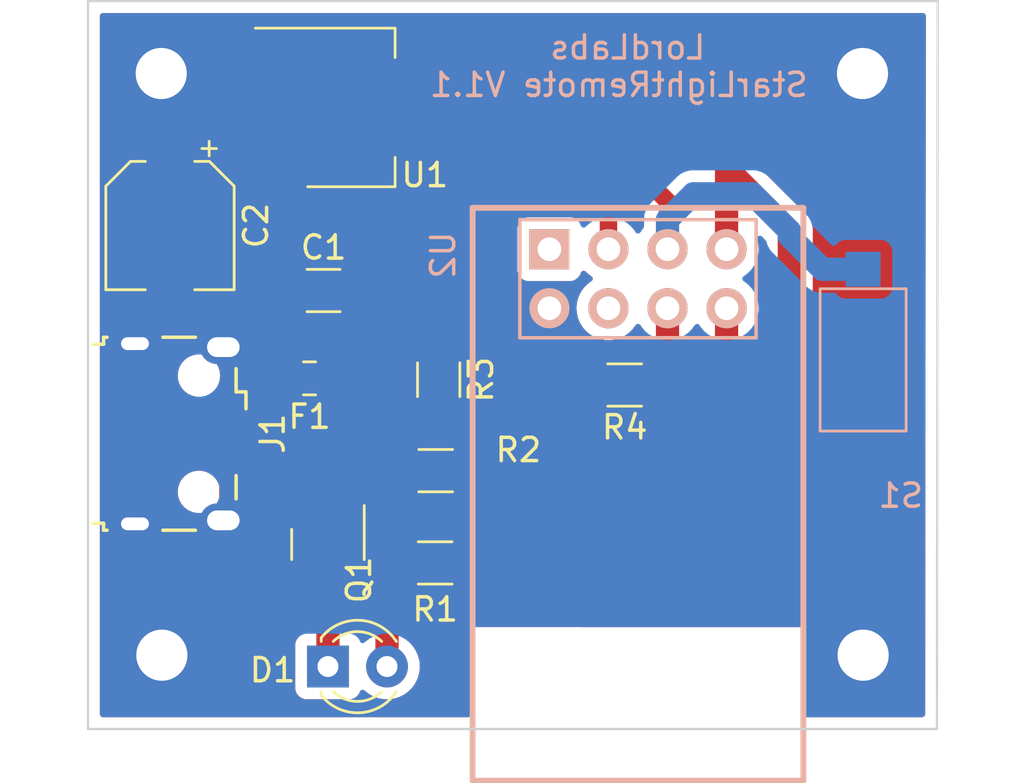
<source format=kicad_pcb>
(kicad_pcb (version 20211014) (generator pcbnew)
  (layers (0 "F.Cu" signal) (31 "B.Cu" signal) (34 "B.Paste" user) (35 "F.Paste" user) (36 "B.SilkS" user "B.Silkscreen") (37 "F.SilkS" user "F.Silkscreen") (38 "B.Mask" user) (39 "F.Mask" user) (44 "Edge.Cuts" user))
  (net 0 "")
  (net 1 "GND")
  (net 2 "Net-(C1-Pad1)")
  (net 3 "Net-(C2-Pad1)")
  (net 4 "Net-(D1-Pad1)")
  (net 5 "Net-(F1-Pad2)")
  (net 7 "Net-(R2-Pad2)")
  (net 8 "Net-(R3-Pad2)")
  (net 11 "Net-(R1-Pad2)")
  (net 14 "Net-(R4-Pad1)")
  (net 15 "Net-(Q1-Pad1)")
  (footprint "Capacitor_SMD:C_1206_3216Metric_Pad1.33x1.80mm_HandSolder" (layer "F.Cu") (at 99.822 84.328)
    (fp_text reference "C1" (at 0 -1.85) (layer "F.SilkS"))
    (fp_text value "100nF")
    (fp_line (start -0.711252 0.91) (end 0.711252 0.91) (layer "F.SilkS") (width 0.12))
    (fp_line (start -0.711252 -0.91) (end 0.711252 -0.91) (layer "F.SilkS") (width 0.12))
    (pad "1" smd roundrect (at -1.5625 0) (size 1.325 1.8) (layers "F.Cu" "F.Paste" "F.Mask") (roundrect_rratio 0.1886792453) (net 2 "Net-(C1-Pad1)"))
    (pad "2" smd roundrect (at 1.5625 0) (size 1.325 1.8) (layers "F.Cu" "F.Paste" "F.Mask") (roundrect_rratio 0.1886792453) (net 1 "GND"))
  )
  (footprint "Capacitor_SMD:CP_Elec_5x5.4" (layer "F.Cu") (at 93.218 81.534 -90)
    (fp_text reference "C2" (at 0 -3.7 90) (layer "F.SilkS"))
    (fp_text value "10uF")
    (fp_line (start -3.625 -1.685) (end -3 -1.685) (layer "F.SilkS") (width 0.12))
    (fp_line (start -1.695563 -2.76) (end 2.76 -2.76) (layer "F.SilkS") (width 0.12))
    (fp_line (start -2.76 1.695563) (end -2.76 1.06) (layer "F.SilkS") (width 0.12))
    (fp_line (start 2.76 -2.76) (end 2.76 -1.06) (layer "F.SilkS") (width 0.12))
    (fp_line (start -1.695563 2.76) (end 2.76 2.76) (layer "F.SilkS") (width 0.12))
    (fp_line (start 2.76 2.76) (end 2.76 1.06) (layer "F.SilkS") (width 0.12))
    (fp_line (start -2.76 -1.695563) (end -1.695563 -2.76) (layer "F.SilkS") (width 0.12))
    (fp_line (start -2.76 -1.695563) (end -2.76 -1.06) (layer "F.SilkS") (width 0.12))
    (fp_line (start -3.3125 -1.9975) (end -3.3125 -1.3725) (layer "F.SilkS") (width 0.12))
    (fp_line (start -2.76 1.695563) (end -1.695563 2.76) (layer "F.SilkS") (width 0.12))
    (pad "1" smd roundrect (at -2.2 0 270) (size 3 1.6) (layers "F.Cu" "F.Paste" "F.Mask") (roundrect_rratio 0.15625) (net 3 "Net-(C2-Pad1)"))
    (pad "2" smd roundrect (at 2.2 0 270) (size 3 1.6) (layers "F.Cu" "F.Paste" "F.Mask") (roundrect_rratio 0.15625) (net 1 "GND"))
  )
  (footprint "LED_THT:LED_D3.0mm_IRBlack" (layer "F.Cu") (at 100.0125 100.5)
    (fp_text reference "D1" (at -2.38125 0.15875) (layer "F.SilkS"))
    (fp_text value "IR204A")
    (fp_line (start -0.29 1.08) (end -0.29 1.236) (layer "F.SilkS") (width 0.12))
    (fp_line (start -0.29 -1.236) (end -0.29 -1.08) (layer "F.SilkS") (width 0.12))
    (fp_arc (start -0.29 -1.235516) (mid 1.366487 -1.987659) (end 2.942335 -1.078608) (layer "F.SilkS") (width 0.12))
    (fp_arc (start 2.942335 1.078608) (mid 1.366487 1.987659) (end -0.29 1.235516) (layer "F.SilkS") (width 0.12))
    (fp_arc (start 2.31113 1.079837) (mid 1.270117 1.5) (end 0.229039 1.08) (layer "F.SilkS") (width 0.12))
    (fp_arc (start 0.229039 -1.08) (mid 1.270117 -1.5) (end 2.31113 -1.079837) (layer "F.SilkS") (width 0.12))
    (pad "1" thru_hole rect locked (at 0 0) (size 1.8 1.8) (drill 0.9) (layers *.Cu *.Mask) (net 4 "Net-(D1-Pad1)"))
    (pad "2" thru_hole circle locked (at 2.54 0) (size 1.8 1.8) (drill 0.9) (layers *.Cu *.Mask) (net 3 "Net-(C2-Pad1)"))
  )
  (footprint "Fuse:Fuse_0805_2012Metric_Pad1.15x1.40mm_HandSolder" (layer "F.Cu") (at 99.21875 88.10625 180)
    (fp_text reference "F1" (at 0 -1.65) (layer "F.SilkS"))
    (fp_text value "Polyfuse_Small")
    (fp_line (start -0.261252 0.71) (end 0.261252 0.71) (layer "F.SilkS") (width 0.12))
    (fp_line (start -0.261252 -0.71) (end 0.261252 -0.71) (layer "F.SilkS") (width 0.12))
    (pad "1" smd roundrect locked (at -1.025 0 180) (size 1.15 1.4) (layers "F.Cu" "F.Paste" "F.Mask") (roundrect_rratio 0.2173913043) (net 2 "Net-(C1-Pad1)"))
    (pad "2" smd roundrect locked (at 1.025 0 180) (size 1.15 1.4) (layers "F.Cu" "F.Paste" "F.Mask") (roundrect_rratio 0.2173913043) (net 5 "Net-(F1-Pad2)"))
  )
  (footprint "Connector_USB:USB_Micro-B_Wuerth_629105150521" (layer "F.Cu") (at 93.6625 90.4875 -90)
    (fp_text reference "J1" (at 0 -3.96875 90) (layer "F.SilkS"))
    (fp_text value "USB_B_Micro")
    (fp_line (start -4.15 -0.65) (end -4.15 0.75) (layer "F.SilkS") (width 0.15))
    (fp_line (start -4.15 3.15) (end -4.15 3.3) (layer "F.SilkS") (width 0.15))
    (fp_line (start 4.15 3.3) (end 4.15 3.15) (layer "F.SilkS") (width 0.15))
    (fp_line (start -4.15 3.3) (end -3.85 3.3) (layer "F.SilkS") (width 0.15))
    (fp_line (start -3.85 3.3) (end -3.85 3.75) (layer "F.SilkS") (width 0.15))
    (fp_line (start 1.8 -2.4) (end 2.8 -2.4) (layer "F.SilkS") (width 0.15))
    (fp_line (start 4.15 0.75) (end 4.15 -0.65) (layer "F.SilkS") (width 0.15))
    (fp_line (start -1.8 -2.825) (end -1.8 -2.4) (layer "F.SilkS") (width 0.15))
    (fp_line (start -1.8 -2.4) (end -2.8 -2.4) (layer "F.SilkS") (width 0.15))
    (fp_line (start 3.85 3.75) (end 3.85 3.3) (layer "F.SilkS") (width 0.15))
    (fp_line (start -1.075 -2.825) (end -1.8 -2.825) (layer "F.SilkS") (width 0.15))
    (fp_line (start 3.85 3.3) (end 4.15 3.3) (layer "F.SilkS") (width 0.15))
    (pad "" np_thru_hole oval locked (at -2.5 -0.8 270) (size 0.8 0.8) (drill 0.8) (layers *.Cu *.Mask))
    (pad "" np_thru_hole oval locked (at 2.5 -0.8 270) (size 0.8 0.8) (drill 0.8) (layers *.Cu *.Mask))
    (pad "1" smd rect locked (at -1.3 -1.9 270) (size 0.45 1.3) (layers "F.Cu" "F.Paste" "F.Mask") (net 5 "Net-(F1-Pad2)"))
    (pad "2" smd rect locked (at -0.65 -1.9 270) (size 0.45 1.3) (layers "F.Cu" "F.Paste" "F.Mask"))
    (pad "3" smd rect locked (at 0 -1.9 270) (size 0.45 1.3) (layers "F.Cu" "F.Paste" "F.Mask"))
    (pad "4" smd rect locked (at 0.65 -1.9 270) (size 0.45 1.3) (layers "F.Cu" "F.Paste" "F.Mask"))
    (pad "5" smd rect locked (at 1.3 -1.9 270) (size 0.45 1.3) (layers "F.Cu" "F.Paste" "F.Mask") (net 1 "GND"))
    (pad "6" thru_hole oval locked (at 3.725 -1.85 270) (size 1.45 2) (drill oval 0.85 1.4) (layers *.Cu *.Mask) (net 1 "GND"))
    (pad "6" thru_hole oval locked (at 3.875 1.95 270) (size 1.15 1.8) (drill oval 0.55 1.2) (layers *.Cu *.Mask) (net 1 "GND"))
    (pad "6" thru_hole oval locked (at -3.725 -1.85 270) (size 1.45 2) (drill oval 0.85 1.4) (layers *.Cu *.Mask) (net 1 "GND"))
    (pad "6" thru_hole oval locked (at -3.875 1.95 270) (size 1.15 1.8) (drill oval 0.55 1.2) (layers *.Cu *.Mask) (net 1 "GND"))
  )
  (footprint "Package_TO_SOT_SMD:SOT-23" (layer "F.Cu") (at 100.0125 95.25 -90)
    (fp_text reference "Q1" (at 1.524 -1.3335 -90) (layer "F.SilkS"))
    (fp_text value "MMBT2222A")
    (fp_line (start 0 -1.56) (end -1.675 -1.56) (layer "F.SilkS") (width 0.12))
    (fp_line (start 0 -1.56) (end 0.65 -1.56) (layer "F.SilkS") (width 0.12))
    (fp_line (start 0 1.56) (end -0.65 1.56) (layer "F.SilkS") (width 0.12))
    (fp_line (start 0 1.56) (end 0.65 1.56) (layer "F.SilkS") (width 0.12))
    (pad "1" smd roundrect (at -0.9375 -0.95 270) (size 1.475 0.6) (layers "F.Cu" "F.Paste" "F.Mask") (net 15 "Net-(Q1-Pad1)"))
    (pad "2" smd roundrect (at -0.9375 0.95 270) (size 1.475 0.6) (layers "F.Cu" "F.Paste" "F.Mask") (net 1 "GND"))
    (pad "3" smd roundrect (at 0.9375 0 270) (size 1.475 0.6) (layers "F.Cu" "F.Paste" "F.Mask") (net 4 "Net-(D1-Pad1)"))
  )
  (footprint "Resistor_SMD:R_1206_3216Metric_Pad1.30x1.75mm_HandSolder" (layer "F.Cu") (at 104.622 96.04375)
    (fp_text reference "R1" (at 0 2.00025) (layer "F.SilkS"))
    (fp_text value "470")
    (fp_line (start -0.727064 -0.91) (end 0.727064 -0.91) (layer "F.SilkS") (width 0.12))
    (fp_line (start -0.727064 0.91) (end 0.727064 0.91) (layer "F.SilkS") (width 0.12))
    (pad "1" smd roundrect (at -1.55 0) (size 1.3 1.75) (layers "F.Cu" "F.Paste" "F.Mask") (roundrect_rratio 0.1923076923) (net 15 "Net-(Q1-Pad1)"))
    (pad "2" smd roundrect (at 1.55 0) (size 1.3 1.75) (layers "F.Cu" "F.Paste" "F.Mask") (roundrect_rratio 0.1923076923) (net 11 "Net-(R1-Pad2)"))
  )
  (footprint "Resistor_SMD:R_1206_3216Metric_Pad1.30x1.75mm_HandSolder" (layer "F.Cu") (at 104.648 92.075)
    (fp_text reference "R2" (at 3.556 -0.889) (layer "F.SilkS"))
    (fp_text value "1K")
    (fp_line (start -0.727064 -0.91) (end 0.727064 -0.91) (layer "F.SilkS") (width 0.12))
    (fp_line (start -0.727064 0.91) (end 0.727064 0.91) (layer "F.SilkS") (width 0.12))
    (pad "1" smd roundrect (at -1.55 0) (size 1.3 1.75) (layers "F.Cu" "F.Paste" "F.Mask") (roundrect_rratio 0.1923076923) (net 3 "Net-(C2-Pad1)"))
    (pad "2" smd roundrect (at 1.55 0) (size 1.3 1.75) (layers "F.Cu" "F.Paste" "F.Mask") (roundrect_rratio 0.1923076923) (net 7 "Net-(R2-Pad2)"))
  )
  (footprint "Resistor_SMD:R_1206_3216Metric_Pad1.30x1.75mm_HandSolder" (layer "F.Cu") (at 104.775 88.164 -90)
    (fp_text reference "R3" (at 0 -1.82 -90) (layer "F.SilkS"))
    (fp_text value "1K")
    (fp_line (start -0.727064 0.91) (end 0.727064 0.91) (layer "F.SilkS") (width 0.12))
    (fp_line (start -0.727064 -0.91) (end 0.727064 -0.91) (layer "F.SilkS") (width 0.12))
    (pad "1" smd roundrect (at -1.55 0 270) (size 1.3 1.75) (layers "F.Cu" "F.Paste" "F.Mask") (roundrect_rratio 0.1923076923) (net 3 "Net-(C2-Pad1)"))
    (pad "2" smd roundrect (at 1.55 0 270) (size 1.3 1.75) (layers "F.Cu" "F.Paste" "F.Mask") (roundrect_rratio 0.1923076923) (net 8 "Net-(R3-Pad2)"))
  )
  (footprint "Package_TO_SOT_SMD:SOT-223-3_TabPin2" (layer "F.Cu") (at 100.99 76.454)
    (fp_text reference "U1" (at 3.1875 2.9075) (layer "F.SilkS"))
    (fp_text value "LM1117-3.3")
    (fp_line (start 1.91 3.41) (end 1.91 2.15) (layer "F.SilkS") (width 0.12))
    (fp_line (start -1.85 3.41) (end 1.91 3.41) (layer "F.SilkS") (width 0.12))
    (fp_line (start 1.91 -3.41) (end 1.91 -2.15) (layer "F.SilkS") (width 0.12))
    (fp_line (start -4.1 -3.41) (end 1.91 -3.41) (layer "F.SilkS") (width 0.12))
    (pad "1" smd rect locked (at -3.15 -2.3) (size 2 1.5) (layers "F.Cu" "F.Paste" "F.Mask") (net 1 "GND"))
    (pad "2" smd rect locked (at -3.15 0) (size 2 1.5) (layers "F.Cu" "F.Paste" "F.Mask") (net 3 "Net-(C2-Pad1)"))
    (pad "2" smd rect locked (at 3.15 0) (size 2 3.8) (layers "F.Cu" "F.Paste" "F.Mask") (net 3 "Net-(C2-Pad1)"))
    (pad "3" smd rect locked (at -3.15 2.3) (size 2 1.5) (layers "F.Cu" "F.Paste" "F.Mask") (net 2 "Net-(C1-Pad1)"))
  )
  (footprint "MountingHole:MountingHole_2.2mm_M2_Pad" (layer "F.Cu") (at 92.86875 100.0125)
    (fp_text reference "H1" hide)
    (fp_text value "MountingHole_Pad")
    (pad "1" thru_hole circle locked (at 0 0) (size 4.4 4.4) (drill 2.2) (layers *.Cu *.Mask) (net 1 "GND"))
  )
  (footprint "MountingHole:MountingHole_2.2mm_M2_Pad" (layer "F.Cu") (at 92.84125 74.9935)
    (fp_text reference "H2" hide)
    (fp_text value "MountingHole_Pad")
    (pad "1" thru_hole circle locked (at 0 0) (size 4.4 4.4) (drill 2.2) (layers *.Cu *.Mask) (net 1 "GND"))
  )
  (footprint "MountingHole:MountingHole_2.2mm_M2_Pad" (layer "F.Cu") (at 123.00375 74.9935)
    (fp_text reference "H3" hide)
    (fp_text value "MountingHole_Pad")
    (pad "1" thru_hole circle locked (at 0 0) (size 4.4 4.4) (drill 2.2) (layers *.Cu *.Mask) (net 1 "GND"))
  )
  (footprint "MountingHole:MountingHole_2.2mm_M2_Pad" (layer "F.Cu") (at 123.03125 100.0125)
    (fp_text reference "H4" hide)
    (fp_text value "MountingHole_Pad")
    (pad "1" thru_hole circle locked (at 0 0) (size 4.4 4.4) (drill 2.2) (layers *.Cu *.Mask) (net 1 "GND"))
  )
  (footprint "Resistor_SMD:R_1206_3216Metric_Pad1.30x1.75mm_HandSolder" (layer "F.Cu") (at 112.776 88.392 180)
    (fp_text reference "R4" (at 0 -1.82 180) (layer "F.SilkS"))
    (fp_text value "1K")
    (fp_line (start -0.727064 -0.91) (end 0.727064 -0.91) (layer "F.SilkS") (width 0.12))
    (fp_line (start -0.727064 0.91) (end 0.727064 0.91) (layer "F.SilkS") (width 0.12))
    (pad "1" smd roundrect (at -1.55 0 180) (size 1.3 1.75) (layers "F.Cu" "F.Paste" "F.Mask") (roundrect_rratio 0.1923076923) (net 14 "Net-(R4-Pad1)"))
    (pad "2" smd roundrect (at 1.55 0 180) (size 1.3 1.75) (layers "F.Cu" "F.Paste" "F.Mask") (roundrect_rratio 0.1923076923) (net 3 "Net-(C2-Pad1)"))
  )
  (footprint "ESP:ESP-01" (layer "B.Cu") (at 109.5375 82.55 -90)
    (fp_text reference "U2" (at 0.254 4.572 90) (layer "B.SilkS") (effects (justify mirror)))
    (fp_text value "ESP-01")
    (fp_line (start -1.778 -10.922) (end -1.778 3.302) (layer "B.SilkS") (width 0.254))
    (fp_line (start -1.27 -8.89) (end 3.81 -8.89) (layer "B.SilkS") (width 0.1524))
    (fp_line (start 3.81 -8.89) (end 3.81 1.27) (layer "B.SilkS") (width 0.1524))
    (fp_line (start -1.778 3.302) (end 22.86 3.302) (layer "B.SilkS") (width 0.254))
    (fp_line (start 1.27 1.27) (end -1.27 1.27) (layer "B.SilkS") (width 0.1524))
    (fp_line (start -1.27 -1.27) (end -1.27 -8.89) (layer "B.SilkS") (width 0.1524))
    (fp_line (start -1.27 1.27) (end -1.27 -1.27) (layer "B.SilkS") (width 0.1524))
    (fp_line (start 3.81 1.27) (end 1.27 1.27) (layer "B.SilkS") (width 0.1524))
    (fp_line (start 22.86 -10.922) (end -1.778 -10.922) (layer "B.SilkS") (width 0.254))
    (fp_line (start 22.86 3.302) (end 22.86 -10.922) (layer "B.SilkS") (width 0.254))
    (pad "1" thru_hole rect locked (at 0 0 270) (size 1.7272 1.7272) (drill 1.016) (layers *.Cu *.Mask "B.SilkS"))
    (pad "2" thru_hole oval locked (at 2.54 0 270) (size 1.7272 1.7272) (drill 1.016) (layers *.Cu *.Mask "B.SilkS") (net 1 "GND"))
    (pad "3" thru_hole oval locked (at 0 -2.54 270) (size 1.7272 1.7272) (drill 1.016) (layers *.Cu *.Mask "B.SilkS") (net 7 "Net-(R2-Pad2)"))
    (pad "4" thru_hole oval locked (at 2.54 -2.54 270) (size 1.7272 1.7272) (drill 1.016) (layers *.Cu *.Mask "B.SilkS"))
    (pad "5" thru_hole oval locked (at 0 -5.08 270) (size 1.7272 1.7272) (drill 1.016) (layers *.Cu *.Mask "B.SilkS") (net 8 "Net-(R3-Pad2)"))
    (pad "6" thru_hole oval locked (at 2.54 -5.08 270) (size 1.7272 1.7272) (drill 1.016) (layers *.Cu *.Mask "B.SilkS") (net 14 "Net-(R4-Pad1)"))
    (pad "7" thru_hole oval locked (at 0 -7.62 270) (size 1.7272 1.7272) (drill 1.016) (layers *.Cu *.Mask "B.SilkS") (net 3 "Net-(C2-Pad1)"))
    (pad "8" thru_hole oval locked (at 2.54 -7.62 270) (size 1.7272 1.7272) (drill 1.016) (layers *.Cu *.Mask "B.SilkS") (net 11 "Net-(R1-Pad2)"))
  )
  (footprint "Button_Switch_SMD:SW_SPST_CK_RS282G05A3" (layer "B.Cu") (at 123.03125 87.3125 -90)
    (fp_text reference "S1" (at 5.8375 -1.61875) (layer "B.SilkS") (effects (justify mirror)))
    (fp_text value "SW")
    (fp_line (start 3.06 1.85) (end 3.06 -1.85) (layer "B.SilkS") (width 0.12))
    (fp_line (start 3.06 -1.85) (end -3.06 -1.85) (layer "B.SilkS") (width 0.12))
    (fp_line (start -3.06 -1.85) (end -3.06 1.85) (layer "B.SilkS") (width 0.12))
    (fp_line (start -3.06 1.85) (end 3.06 1.85) (layer "B.SilkS") (width 0.12))
    (pad "1" smd rect locked (at -3.9 0 270) (size 1.5 1.5) (layers "B.Cu" "B.Paste" "B.Mask") (net 8 "Net-(R3-Pad2)"))
    (pad "2" smd rect locked (at 3.9 0 270) (size 1.5 1.5) (layers "B.Cu" "B.Paste" "B.Mask") (net 1 "GND"))
  )
  (gr_line (start 126.20625 103.1875) (end 89.69375 103.1875) (layer "Edge.Cuts") (width 0.1))
  (gr_line (start 89.69375 71.882) (end 126.238 71.882) (layer "Edge.Cuts") (width 0.1))
  (gr_line (start 126.238 71.882) (end 126.20625 103.1875) (layer "Edge.Cuts") (width 0.1))
  (gr_line (start 89.69375 103.1875) (end 89.69375 71.882) (layer "Edge.Cuts") (width 0.1))
  (gr_text "LordLabs \nStarLightRemote V1.1\n" (at 112.522 74.676) (layer "B.SilkS") (effects (font (size 1 1)) (justify mirror)))
  (segment (start 112.701 90.245) (end 108.204 94.742) (width 0.25) (layer "F.Cu") (net 1))
  (segment (start 100.9625 91.4375) (end 100.9625 89.7915) (width 0.75) (layer "F.Cu") (net 1))
  (segment (start 91.7125 94.3625) (end 91.7125 86.6125) (width 0.25) (layer "F.Cu") (net 1))
  (segment (start 91.8625 86.7625) (end 91.7125 86.6125) (width 0.25) (layer "F.Cu") (net 1))
  (segment (start 95.5625 91.7875) (end 95.5625 94.1625) (width 0.45) (layer "F.Cu") (net 1))
  (segment (start 112.014 86.614) (end 112.701 87.301) (width 0.25) (layer "F.Cu") (net 1))
  (segment (start 100.0125 90.4875) (end 100.9625 91.4375) (width 0.75) (layer "F.Cu") (net 1))
  (segment (start 101.854 84.7975) (end 101.3845 84.328) (width 0.75) (layer "F.Cu") (net 1))
  (segment (start 91.7125 94.3625) (end 95.3625 94.3625) (width 0.25) (layer "F.Cu") (net 1))
  (segment (start 95.5625 94.1625) (end 95.5125 94.2125) (width 0.45) (layer "F.Cu") (net 1))
  (segment (start 100.9625 89.7915) (end 101.854 88.9) (width 0.75) (layer "F.Cu") (net 1))
  (segment (start 97.125 91.7875) (end 98.425 90.4875) (width 0.75) (layer "F.Cu") (net 1))
  (segment (start 95.5625 91.7875) (end 97.125 91.7875) (width 0.45) (layer "F.Cu") (net 1))
  (segment (start 95.3625 94.3625) (end 95.5125 94.2125) (width 0.25) (layer "F.Cu") (net 1))
  (segment (start 103.378 94.742) (end 100.9625 92.3265) (width 0.25) (layer "F.Cu") (net 1))
  (segment (start 108.204 94.742) (end 103.378 94.742) (width 0.25) (layer "F.Cu") (net 1))
  (segment (start 101.854 88.9) (end 101.854 84.7975) (width 0.75) (layer "F.Cu") (net 1))
  (segment (start 100.9625 92.3265) (end 100.9625 91.4375) (width 0.25) (layer "F.Cu") (net 1))
  (segment (start 98.425 90.4875) (end 100.0125 90.4875) (width 0.75) (layer "F.Cu") (net 1))
  (segment (start 112.701 87.301) (end 112.701 90.245) (width 0.25) (layer "F.Cu") (net 1))
  (segment (start 109.5375 85.09) (end 111.0615 86.614) (width 0.25) (layer "F.Cu") (net 1))
  (segment (start 95.5125 86.7625) (end 91.8625 86.7625) (width 0.25) (layer "F.Cu") (net 1))
  (segment (start 111.0615 86.614) (end 112.014 86.614) (width 0.25) (layer "F.Cu") (net 1))
  (segment (start 100.24375 87.03575) (end 98.2595 85.0515) (width 1) (layer "F.Cu") (net 2))
  (segment (start 98.2595 79.1735) (end 97.84 78.754) (width 1) (layer "F.Cu") (net 2))
  (segment (start 98.2595 84.328) (end 98.2595 79.1735) (width 1) (layer "F.Cu") (net 2))
  (segment (start 100.24375 88.10625) (end 100.24375 87.03575) (width 1) (layer "F.Cu") (net 2))
  (segment (start 98.2595 85.0515) (end 98.2595 84.328) (width 1) (layer "F.Cu") (net 2))
  (segment (start 104.14 76.454) (end 115.316 76.454) (width 1) (layer "F.Cu") (net 3))
  (segment (start 115.316 76.454) (end 117.1575 78.2955) (width 1) (layer "F.Cu") (net 3))
  (segment (start 96.098 76.454) (end 93.218 79.334) (width 1) (layer "F.Cu") (net 3))
  (segment (start 104.775 86.614) (end 104.775 82.921) (width 1) (layer "F.Cu") (net 3))
  (segment (start 102.95625 92.79625) (end 103.886 93.726) (width 1) (layer "F.Cu") (net 3))
  (segment (start 102.5525 98.4475) (end 102.5525 100.5) (width 1) (layer "F.Cu") (net 3))
  (segment (start 117.475 79.375) (end 119.85625 81.75625) (width 1) (layer "F.Cu") (net 3))
  (segment (start 104.775 86.614) (end 103.632 86.614) (width 1) (layer "F.Cu") (net 3))
  (segment (start 102.95625 87.28975) (end 102.95625 92.79625) (width 1) (layer "F.Cu") (net 3))
  (segment (start 104.14 82.286) (end 104.14 76.454) (width 1) (layer "F.Cu") (net 3))
  (segment (start 104.775 82.921) (end 104.14 82.286) (width 1) (layer "F.Cu") (net 3))
  (segment (start 111.226 89.942) (end 111.226 88.392) (width 1) (layer "F.Cu") (net 3))
  (segment (start 107.442 93.726) (end 111.226 89.942) (width 1) (layer "F.Cu") (net 3))
  (segment (start 110.236 97.79) (end 103.21 97.79) (width 1) (layer "F.Cu") (net 3))
  (segment (start 119.85625 81.75625) (end 119.85625 88.16975) (width 1) (layer "F.Cu") (net 3))
  (segment (start 103.21 97.79) (end 102.5525 98.4475) (width 1) (layer "F.Cu") (net 3))
  (segment (start 97.84 76.454) (end 104.14 76.454) (width 1) (layer "F.Cu") (net 3))
  (segment (start 97.84 76.454) (end 96.098 76.454) (width 1) (layer "F.Cu") (net 3))
  (segment (start 103.632 86.614) (end 102.95625 87.28975) (width 1) (layer "F.Cu") (net 3))
  (segment (start 103.886 93.726) (end 107.442 93.726) (width 1) (layer "F.Cu") (net 3))
  (segment (start 117.1575 78.2955) (end 117.1575 82.55) (width 1) (layer "F.Cu") (net 3))
  (segment (start 119.85625 88.16975) (end 110.236 97.79) (width 1) (layer "F.Cu") (net 3))
  (segment (start 100.0125 100.5) (end 100.0125 96.1875) (width 1) (layer "F.Cu") (net 4))
  (segment (start 95.5625 89.1875) (end 97.8125 89.1875) (width 0.45) (layer "F.Cu") (net 5))
  (segment (start 97.8125 89.1875) (end 98.19375 88.80625) (width 0.75) (layer "F.Cu") (net 5))
  (segment (start 98.19375 88.80625) (end 98.19375 88.10625) (width 0.75) (layer "F.Cu") (net 5))
  (segment (start 107.65331 80.57501) (end 107.56251 80.66581) (width 0.75) (layer "F.Cu") (net 7))
  (segment (start 112.0775 81.12125) (end 111.53126 80.57501) (width 0.75) (layer "F.Cu") (net 7))
  (segment (start 107.56251 80.66581) (end 107.56251 90.71049) (width 0.75) (layer "F.Cu") (net 7))
  (segment (start 112.0775 82.55) (end 112.0775 81.12125) (width 0.75) (layer "F.Cu") (net 7))
  (segment (start 107.56251 90.71049) (end 106.198 92.075) (width 0.75) (layer "F.Cu") (net 7))
  (segment (start 111.53126 80.57501) (end 107.65331 80.57501) (width 0.75) (layer "F.Cu") (net 7))
  (segment (start 106.3625 80.16875) (end 106.3625 89.4715) (width 0.75) (layer "F.Cu") (net 8))
  (segment (start 107.15625 79.375) (end 106.3625 80.16875) (width 0.75) (layer "F.Cu") (net 8))
  (segment (start 106.12 89.714) (end 104.775 89.714) (width 0.75) (layer "F.Cu") (net 8))
  (segment (start 114.6175 80.48625) (end 113.50625 79.375) (width 0.75) (layer "F.Cu") (net 8))
  (segment (start 106.3625 89.4715) (end 106.12 89.714) (width 0.75) (layer "F.Cu") (net 8))
  (segment (start 113.50625 79.375) (end 107.15625 79.375) (width 0.75) (layer "F.Cu") (net 8))
  (segment (start 114.6175 82.55) (end 114.6175 80.48625) (width 0.75) (layer "F.Cu") (net 8))
  (segment (start 118.26875 80.16875) (end 119.85625 81.75625) (width 1) (layer "B.Cu") (net 8))
  (segment (start 119.85625 81.75625) (end 119.85625 81.9875) (width 1) (layer "B.Cu") (net 8))
  (segment (start 115.72875 80.16875) (end 118.26875 80.16875) (width 1) (layer "B.Cu") (net 8))
  (segment (start 114.6175 82.55) (end 114.6175 81.28) (width 1) (layer "B.Cu") (net 8))
  (segment (start 119.85625 81.9875) (end 121.28125 83.4125) (width 1) (layer "B.Cu") (net 8))
  (segment (start 121.28125 83.4125) (end 123.03125 83.4125) (width 1) (layer "B.Cu") (net 8))
  (segment (start 114.6175 81.28) (end 115.72875 80.16875) (width 1) (layer "B.Cu") (net 8))
  (segment (start 106.172 96.04375) (end 109.69625 96.04375) (width 1) (layer "F.Cu") (net 11))
  (segment (start 109.69625 96.04375) (end 117.1575 88.5825) (width 1) (layer "F.Cu") (net 11))
  (segment (start 117.1575 88.5825) (end 117.1575 85.09) (width 1) (layer "F.Cu") (net 11))
  (segment (start 114.6175 85.09) (end 114.6175 86.6775) (width 1) (layer "F.Cu") (net 14))
  (segment (start 114.326 86.842) (end 114.326 88.392) (width 1) (layer "F.Cu") (net 14))
  (segment (start 114.4905 86.6775) (end 114.326 86.842) (width 1) (layer "F.Cu") (net 14))
  (segment (start 114.6175 86.6775) (end 114.4905 86.6775) (width 1) (layer "F.Cu") (net 14))
  (segment (start 100.9625 94.3125) (end 100.965 94.315) (width 0.6) (layer "F.Cu") (net 15))
  (segment (start 100.965 95.377) (end 101.63175 96.04375) (width 0.6) (layer "F.Cu") (net 15))
  (segment (start 100.965 94.315) (end 100.965 95.377) (width 0.6) (layer "F.Cu") (net 15))
  (segment (start 101.63175 96.04375) (end 103.072 96.04375) (width 0.6) (layer "F.Cu") (net 15))
  (zone (net 1) (net_name "GND") (layer "F.Cu") (connect_pads yes (clearance 0.508)) (min_thickness 0.254) (fill yes (thermal_gap 0.508) (thermal_bridge_width 0.508))
    (polygon (pts (xy 126.20625 103.1875) (xy 89.69375 103.1875) (xy 89.69375 71.882) (xy 126.20625 71.882)))
  )
  (zone (net 0) (net_name "") (layers F&B.Cu) (name "ESPAnt") (connect_pads (clearance 0)) (min_thickness 0.254)
    (keepout (tracks not_allowed) (vias not_allowed) (pads not_allowed) (copperpour not_allowed) (footprints allowed))
    (fill (thermal_gap 0.508) (thermal_bridge_width 0.508))
    (polygon (pts (xy 120.396 103.124) (xy 106.172 103.124) (xy 106.172 98.806) (xy 120.396 98.806)))
  )
  (zone (net 1) (net_name "GND") (layer "B.Cu") (connect_pads yes (clearance 0.508)) (min_thickness 0.254) (fill yes (thermal_gap 0.508) (thermal_bridge_width 0.508))
    (polygon (pts (xy 126.20625 103.1875) (xy 89.69375 103.1875) (xy 89.69375 71.882) (xy 126.20625 71.882)))
  )
)
</source>
